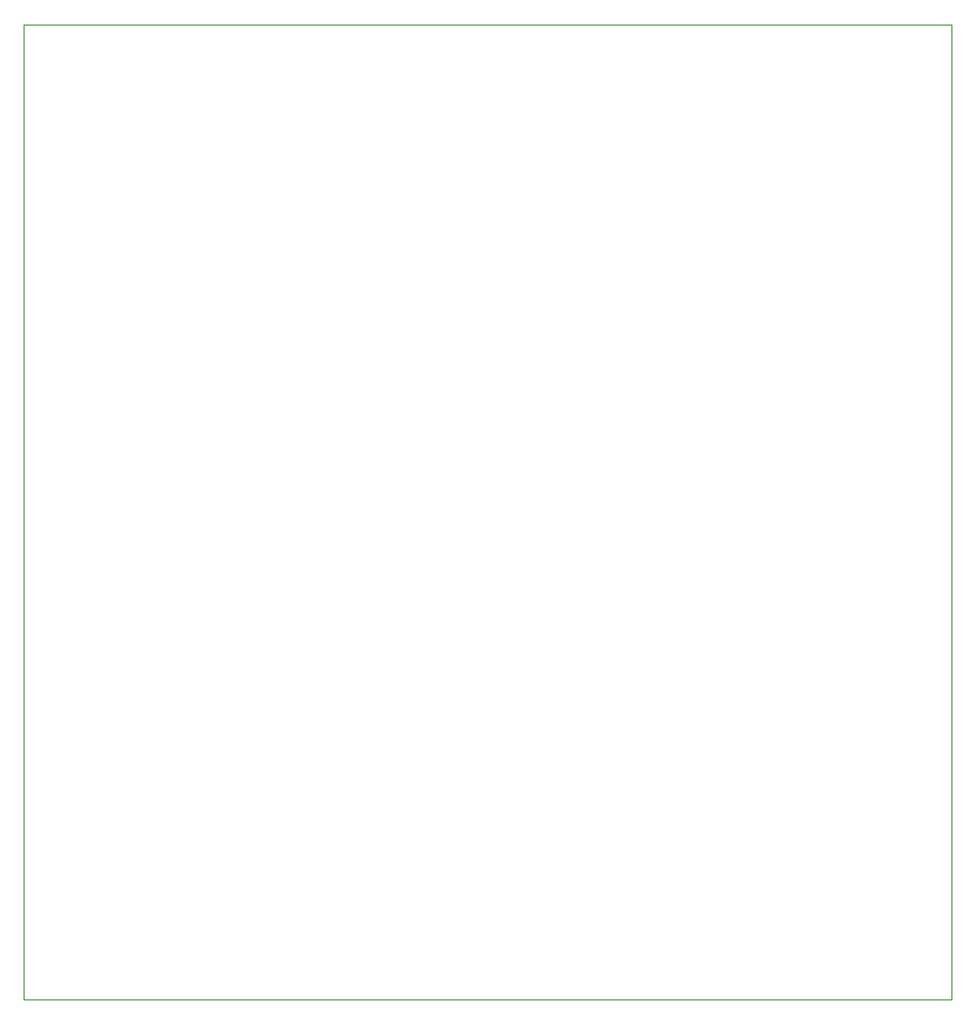
<source format=gbr>
%TF.GenerationSoftware,KiCad,Pcbnew,9.0.0*%
%TF.CreationDate,2025-03-21T17:04:22+03:00*%
%TF.ProjectId,many485,6d616e79-3438-4352-9e6b-696361645f70,rev?*%
%TF.SameCoordinates,Original*%
%TF.FileFunction,Profile,NP*%
%FSLAX46Y46*%
G04 Gerber Fmt 4.6, Leading zero omitted, Abs format (unit mm)*
G04 Created by KiCad (PCBNEW 9.0.0) date 2025-03-21 17:04:22*
%MOMM*%
%LPD*%
G01*
G04 APERTURE LIST*
%TA.AperFunction,Profile*%
%ADD10C,0.050000*%
%TD*%
G04 APERTURE END LIST*
D10*
X70500000Y-34000000D02*
X150500000Y-34000000D01*
X150500000Y-118000000D01*
X70500000Y-118000000D01*
X70500000Y-34000000D01*
M02*

</source>
